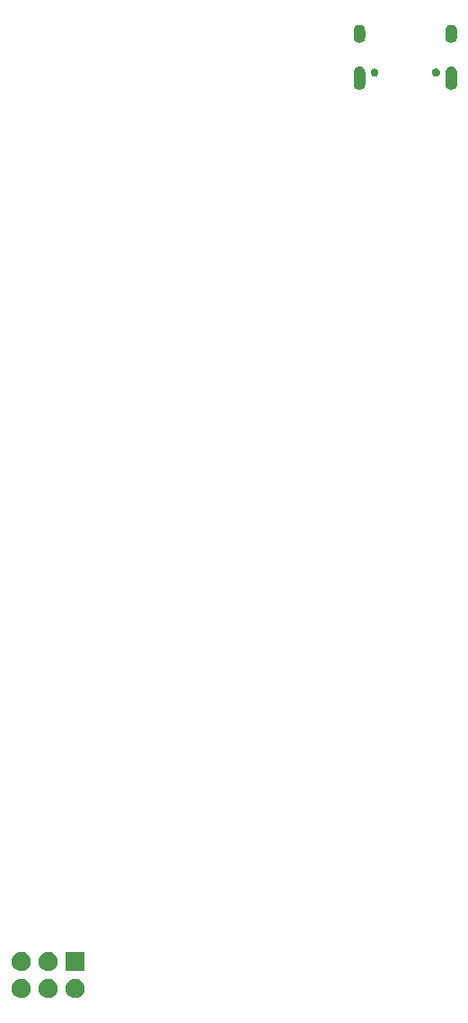
<source format=gts>
G04 #@! TF.GenerationSoftware,KiCad,Pcbnew,(5.1.5-0-10_14)*
G04 #@! TF.CreationDate,2019-12-30T20:39:33+01:00*
G04 #@! TF.ProjectId,aek67,61656b36-372e-46b6-9963-61645f706362,rev?*
G04 #@! TF.SameCoordinates,Original*
G04 #@! TF.FileFunction,Soldermask,Top*
G04 #@! TF.FilePolarity,Negative*
%FSLAX46Y46*%
G04 Gerber Fmt 4.6, Leading zero omitted, Abs format (unit mm)*
G04 Created by KiCad (PCBNEW (5.1.5-0-10_14)) date 2019-12-30 20:39:33*
%MOMM*%
%LPD*%
G04 APERTURE LIST*
%ADD10C,0.100000*%
G04 APERTURE END LIST*
D10*
G36*
X141903512Y-106736427D02*
G01*
X142052812Y-106766124D01*
X142216784Y-106834044D01*
X142364354Y-106932647D01*
X142489853Y-107058146D01*
X142588456Y-107205716D01*
X142656376Y-107369688D01*
X142691000Y-107543759D01*
X142691000Y-107721241D01*
X142656376Y-107895312D01*
X142588456Y-108059284D01*
X142489853Y-108206854D01*
X142364354Y-108332353D01*
X142216784Y-108430956D01*
X142052812Y-108498876D01*
X141903512Y-108528573D01*
X141878742Y-108533500D01*
X141701258Y-108533500D01*
X141676488Y-108528573D01*
X141527188Y-108498876D01*
X141363216Y-108430956D01*
X141215646Y-108332353D01*
X141090147Y-108206854D01*
X140991544Y-108059284D01*
X140923624Y-107895312D01*
X140889000Y-107721241D01*
X140889000Y-107543759D01*
X140923624Y-107369688D01*
X140991544Y-107205716D01*
X141090147Y-107058146D01*
X141215646Y-106932647D01*
X141363216Y-106834044D01*
X141527188Y-106766124D01*
X141676488Y-106736427D01*
X141701258Y-106731500D01*
X141878742Y-106731500D01*
X141903512Y-106736427D01*
G37*
G36*
X139363512Y-106736427D02*
G01*
X139512812Y-106766124D01*
X139676784Y-106834044D01*
X139824354Y-106932647D01*
X139949853Y-107058146D01*
X140048456Y-107205716D01*
X140116376Y-107369688D01*
X140151000Y-107543759D01*
X140151000Y-107721241D01*
X140116376Y-107895312D01*
X140048456Y-108059284D01*
X139949853Y-108206854D01*
X139824354Y-108332353D01*
X139676784Y-108430956D01*
X139512812Y-108498876D01*
X139363512Y-108528573D01*
X139338742Y-108533500D01*
X139161258Y-108533500D01*
X139136488Y-108528573D01*
X138987188Y-108498876D01*
X138823216Y-108430956D01*
X138675646Y-108332353D01*
X138550147Y-108206854D01*
X138451544Y-108059284D01*
X138383624Y-107895312D01*
X138349000Y-107721241D01*
X138349000Y-107543759D01*
X138383624Y-107369688D01*
X138451544Y-107205716D01*
X138550147Y-107058146D01*
X138675646Y-106932647D01*
X138823216Y-106834044D01*
X138987188Y-106766124D01*
X139136488Y-106736427D01*
X139161258Y-106731500D01*
X139338742Y-106731500D01*
X139363512Y-106736427D01*
G37*
G36*
X136823512Y-106736427D02*
G01*
X136972812Y-106766124D01*
X137136784Y-106834044D01*
X137284354Y-106932647D01*
X137409853Y-107058146D01*
X137508456Y-107205716D01*
X137576376Y-107369688D01*
X137611000Y-107543759D01*
X137611000Y-107721241D01*
X137576376Y-107895312D01*
X137508456Y-108059284D01*
X137409853Y-108206854D01*
X137284354Y-108332353D01*
X137136784Y-108430956D01*
X136972812Y-108498876D01*
X136823512Y-108528573D01*
X136798742Y-108533500D01*
X136621258Y-108533500D01*
X136596488Y-108528573D01*
X136447188Y-108498876D01*
X136283216Y-108430956D01*
X136135646Y-108332353D01*
X136010147Y-108206854D01*
X135911544Y-108059284D01*
X135843624Y-107895312D01*
X135809000Y-107721241D01*
X135809000Y-107543759D01*
X135843624Y-107369688D01*
X135911544Y-107205716D01*
X136010147Y-107058146D01*
X136135646Y-106932647D01*
X136283216Y-106834044D01*
X136447188Y-106766124D01*
X136596488Y-106736427D01*
X136621258Y-106731500D01*
X136798742Y-106731500D01*
X136823512Y-106736427D01*
G37*
G36*
X142691000Y-105993500D02*
G01*
X140889000Y-105993500D01*
X140889000Y-104191500D01*
X142691000Y-104191500D01*
X142691000Y-105993500D01*
G37*
G36*
X139363512Y-104196427D02*
G01*
X139512812Y-104226124D01*
X139676784Y-104294044D01*
X139824354Y-104392647D01*
X139949853Y-104518146D01*
X140048456Y-104665716D01*
X140116376Y-104829688D01*
X140151000Y-105003759D01*
X140151000Y-105181241D01*
X140116376Y-105355312D01*
X140048456Y-105519284D01*
X139949853Y-105666854D01*
X139824354Y-105792353D01*
X139676784Y-105890956D01*
X139512812Y-105958876D01*
X139363512Y-105988573D01*
X139338742Y-105993500D01*
X139161258Y-105993500D01*
X139136488Y-105988573D01*
X138987188Y-105958876D01*
X138823216Y-105890956D01*
X138675646Y-105792353D01*
X138550147Y-105666854D01*
X138451544Y-105519284D01*
X138383624Y-105355312D01*
X138349000Y-105181241D01*
X138349000Y-105003759D01*
X138383624Y-104829688D01*
X138451544Y-104665716D01*
X138550147Y-104518146D01*
X138675646Y-104392647D01*
X138823216Y-104294044D01*
X138987188Y-104226124D01*
X139136488Y-104196427D01*
X139161258Y-104191500D01*
X139338742Y-104191500D01*
X139363512Y-104196427D01*
G37*
G36*
X136823512Y-104196427D02*
G01*
X136972812Y-104226124D01*
X137136784Y-104294044D01*
X137284354Y-104392647D01*
X137409853Y-104518146D01*
X137508456Y-104665716D01*
X137576376Y-104829688D01*
X137611000Y-105003759D01*
X137611000Y-105181241D01*
X137576376Y-105355312D01*
X137508456Y-105519284D01*
X137409853Y-105666854D01*
X137284354Y-105792353D01*
X137136784Y-105890956D01*
X136972812Y-105958876D01*
X136823512Y-105988573D01*
X136798742Y-105993500D01*
X136621258Y-105993500D01*
X136596488Y-105988573D01*
X136447188Y-105958876D01*
X136283216Y-105890956D01*
X136135646Y-105792353D01*
X136010147Y-105666854D01*
X135911544Y-105519284D01*
X135843624Y-105355312D01*
X135809000Y-105181241D01*
X135809000Y-105003759D01*
X135843624Y-104829688D01*
X135911544Y-104665716D01*
X136010147Y-104518146D01*
X136135646Y-104392647D01*
X136283216Y-104294044D01*
X136447188Y-104226124D01*
X136596488Y-104196427D01*
X136621258Y-104191500D01*
X136798742Y-104191500D01*
X136823512Y-104196427D01*
G37*
G36*
X168688014Y-20786973D02*
G01*
X168791878Y-20818479D01*
X168835907Y-20842013D01*
X168887599Y-20869643D01*
X168887601Y-20869644D01*
X168887600Y-20869644D01*
X168971501Y-20938499D01*
X169040356Y-21022400D01*
X169091521Y-21118121D01*
X169123027Y-21221985D01*
X169131000Y-21302933D01*
X169131000Y-22457067D01*
X169123027Y-22538015D01*
X169091521Y-22641879D01*
X169091519Y-22641882D01*
X169040357Y-22737600D01*
X168971501Y-22821501D01*
X168887600Y-22890357D01*
X168819055Y-22926995D01*
X168791879Y-22941521D01*
X168688015Y-22973027D01*
X168580000Y-22983666D01*
X168471986Y-22973027D01*
X168368122Y-22941521D01*
X168340946Y-22926995D01*
X168272401Y-22890357D01*
X168188500Y-22821501D01*
X168119644Y-22737600D01*
X168068482Y-22641882D01*
X168068480Y-22641879D01*
X168036974Y-22538015D01*
X168029001Y-22457067D01*
X168029000Y-21302934D01*
X168036973Y-21221986D01*
X168068479Y-21118122D01*
X168119644Y-21022400D01*
X168188499Y-20938499D01*
X168272400Y-20869644D01*
X168272399Y-20869644D01*
X168272401Y-20869643D01*
X168324093Y-20842013D01*
X168368121Y-20818479D01*
X168471985Y-20786973D01*
X168580000Y-20776334D01*
X168688014Y-20786973D01*
G37*
G36*
X177328014Y-20786973D02*
G01*
X177431878Y-20818479D01*
X177475907Y-20842013D01*
X177527599Y-20869643D01*
X177527601Y-20869644D01*
X177527600Y-20869644D01*
X177611501Y-20938499D01*
X177680356Y-21022400D01*
X177731521Y-21118121D01*
X177763027Y-21221985D01*
X177771000Y-21302933D01*
X177771000Y-22457067D01*
X177763027Y-22538015D01*
X177731521Y-22641879D01*
X177731519Y-22641882D01*
X177680357Y-22737600D01*
X177611501Y-22821501D01*
X177527600Y-22890357D01*
X177459055Y-22926995D01*
X177431879Y-22941521D01*
X177328015Y-22973027D01*
X177220000Y-22983666D01*
X177111986Y-22973027D01*
X177008122Y-22941521D01*
X176980946Y-22926995D01*
X176912401Y-22890357D01*
X176828500Y-22821501D01*
X176759644Y-22737600D01*
X176708482Y-22641882D01*
X176708480Y-22641879D01*
X176676974Y-22538015D01*
X176669001Y-22457067D01*
X176669000Y-21302934D01*
X176676973Y-21221986D01*
X176708479Y-21118122D01*
X176759644Y-21022400D01*
X176828499Y-20938499D01*
X176912400Y-20869644D01*
X176912399Y-20869644D01*
X176912401Y-20869643D01*
X176964093Y-20842013D01*
X177008121Y-20818479D01*
X177111985Y-20786973D01*
X177220000Y-20776334D01*
X177328014Y-20786973D01*
G37*
G36*
X175899672Y-20988449D02*
G01*
X175899674Y-20988450D01*
X175899675Y-20988450D01*
X175968103Y-21016793D01*
X176029686Y-21057942D01*
X176082058Y-21110314D01*
X176123207Y-21171897D01*
X176151550Y-21240325D01*
X176151551Y-21240328D01*
X176166000Y-21312966D01*
X176166000Y-21387033D01*
X176151550Y-21459675D01*
X176123207Y-21528103D01*
X176082058Y-21589686D01*
X176029686Y-21642058D01*
X175968103Y-21683207D01*
X175899675Y-21711550D01*
X175899674Y-21711550D01*
X175899672Y-21711551D01*
X175827034Y-21726000D01*
X175752966Y-21726000D01*
X175680328Y-21711551D01*
X175680326Y-21711550D01*
X175680325Y-21711550D01*
X175611897Y-21683207D01*
X175550314Y-21642058D01*
X175497942Y-21589686D01*
X175456793Y-21528103D01*
X175428450Y-21459675D01*
X175414000Y-21387033D01*
X175414000Y-21312966D01*
X175428449Y-21240328D01*
X175428450Y-21240325D01*
X175456793Y-21171897D01*
X175497942Y-21110314D01*
X175550314Y-21057942D01*
X175611897Y-21016793D01*
X175680325Y-20988450D01*
X175680326Y-20988450D01*
X175680328Y-20988449D01*
X175752966Y-20974000D01*
X175827034Y-20974000D01*
X175899672Y-20988449D01*
G37*
G36*
X170119672Y-20988449D02*
G01*
X170119674Y-20988450D01*
X170119675Y-20988450D01*
X170188103Y-21016793D01*
X170249686Y-21057942D01*
X170302058Y-21110314D01*
X170343207Y-21171897D01*
X170371550Y-21240325D01*
X170371551Y-21240328D01*
X170386000Y-21312966D01*
X170386000Y-21387033D01*
X170371550Y-21459675D01*
X170343207Y-21528103D01*
X170302058Y-21589686D01*
X170249686Y-21642058D01*
X170188103Y-21683207D01*
X170119675Y-21711550D01*
X170119674Y-21711550D01*
X170119672Y-21711551D01*
X170047034Y-21726000D01*
X169972966Y-21726000D01*
X169900328Y-21711551D01*
X169900326Y-21711550D01*
X169900325Y-21711550D01*
X169831897Y-21683207D01*
X169770314Y-21642058D01*
X169717942Y-21589686D01*
X169676793Y-21528103D01*
X169648450Y-21459675D01*
X169634000Y-21387033D01*
X169634000Y-21312966D01*
X169648449Y-21240328D01*
X169648450Y-21240325D01*
X169676793Y-21171897D01*
X169717942Y-21110314D01*
X169770314Y-21057942D01*
X169831897Y-21016793D01*
X169900325Y-20988450D01*
X169900326Y-20988450D01*
X169900328Y-20988449D01*
X169972966Y-20974000D01*
X170047034Y-20974000D01*
X170119672Y-20988449D01*
G37*
G36*
X168688014Y-16856973D02*
G01*
X168791878Y-16888479D01*
X168835907Y-16912013D01*
X168887599Y-16939643D01*
X168887601Y-16939644D01*
X168887600Y-16939644D01*
X168971501Y-17008499D01*
X169040356Y-17092400D01*
X169091521Y-17188121D01*
X169123027Y-17291985D01*
X169131000Y-17372933D01*
X169131000Y-18027067D01*
X169123027Y-18108015D01*
X169091521Y-18211879D01*
X169091519Y-18211882D01*
X169040357Y-18307600D01*
X168971501Y-18391501D01*
X168887600Y-18460357D01*
X168819055Y-18496995D01*
X168791879Y-18511521D01*
X168688015Y-18543027D01*
X168580000Y-18553666D01*
X168471986Y-18543027D01*
X168368122Y-18511521D01*
X168340946Y-18496995D01*
X168272401Y-18460357D01*
X168188500Y-18391501D01*
X168119645Y-18307601D01*
X168068480Y-18211879D01*
X168036973Y-18108015D01*
X168029000Y-18027067D01*
X168029000Y-17372934D01*
X168036973Y-17291986D01*
X168068479Y-17188122D01*
X168119644Y-17092400D01*
X168188499Y-17008499D01*
X168272400Y-16939644D01*
X168272399Y-16939644D01*
X168272401Y-16939643D01*
X168324093Y-16912013D01*
X168368121Y-16888479D01*
X168471985Y-16856973D01*
X168580000Y-16846334D01*
X168688014Y-16856973D01*
G37*
G36*
X177328014Y-16856973D02*
G01*
X177431878Y-16888479D01*
X177475907Y-16912013D01*
X177527599Y-16939643D01*
X177527601Y-16939644D01*
X177527600Y-16939644D01*
X177611501Y-17008499D01*
X177680356Y-17092400D01*
X177731521Y-17188121D01*
X177763027Y-17291985D01*
X177771000Y-17372933D01*
X177771000Y-18027067D01*
X177763027Y-18108015D01*
X177731521Y-18211879D01*
X177731519Y-18211882D01*
X177680357Y-18307600D01*
X177611501Y-18391501D01*
X177527600Y-18460357D01*
X177459055Y-18496995D01*
X177431879Y-18511521D01*
X177328015Y-18543027D01*
X177220000Y-18553666D01*
X177111986Y-18543027D01*
X177008122Y-18511521D01*
X176980946Y-18496995D01*
X176912401Y-18460357D01*
X176828500Y-18391501D01*
X176759645Y-18307601D01*
X176708480Y-18211879D01*
X176676973Y-18108015D01*
X176669000Y-18027067D01*
X176669000Y-17372934D01*
X176676973Y-17291986D01*
X176708479Y-17188122D01*
X176759644Y-17092400D01*
X176828499Y-17008499D01*
X176912400Y-16939644D01*
X176912399Y-16939644D01*
X176912401Y-16939643D01*
X176964093Y-16912013D01*
X177008121Y-16888479D01*
X177111985Y-16856973D01*
X177220000Y-16846334D01*
X177328014Y-16856973D01*
G37*
M02*

</source>
